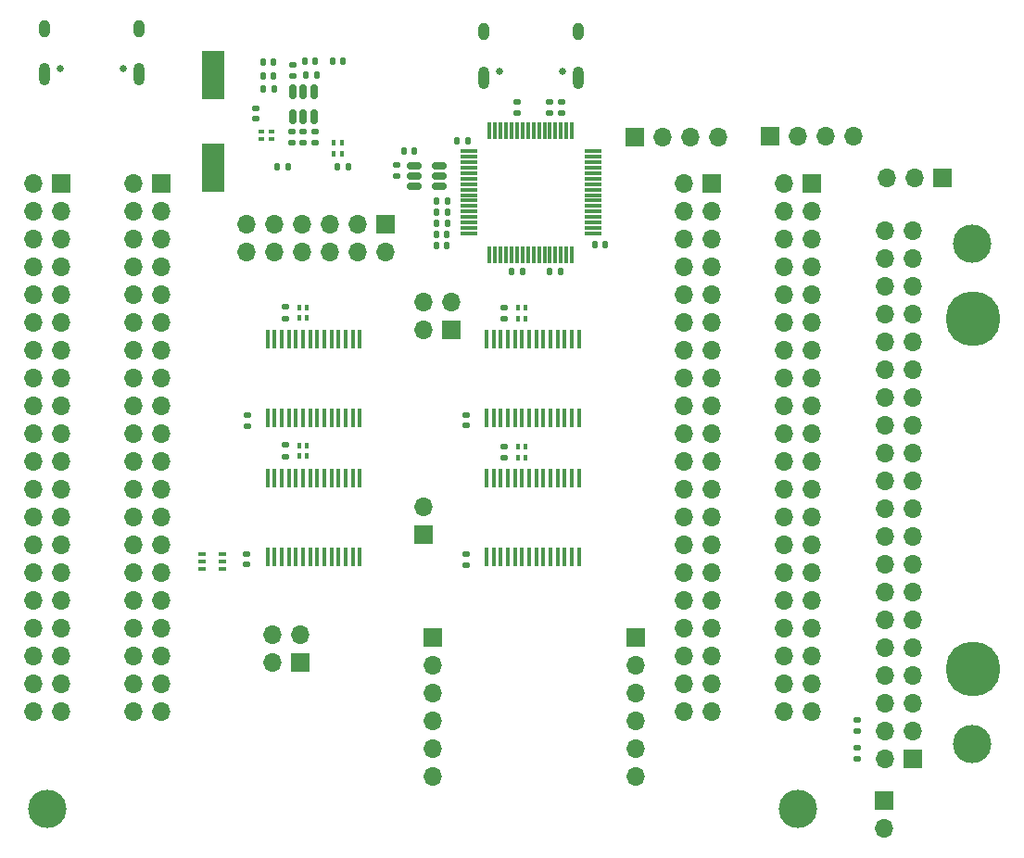
<source format=gbs>
G04 #@! TF.GenerationSoftware,KiCad,Pcbnew,(6.0.7)*
G04 #@! TF.CreationDate,2023-08-04T00:04:24+07:00*
G04 #@! TF.ProjectId,ECELab_v1,4543454c-6162-45f7-9631-2e6b69636164,rev?*
G04 #@! TF.SameCoordinates,Original*
G04 #@! TF.FileFunction,Soldermask,Bot*
G04 #@! TF.FilePolarity,Negative*
%FSLAX46Y46*%
G04 Gerber Fmt 4.6, Leading zero omitted, Abs format (unit mm)*
G04 Created by KiCad (PCBNEW (6.0.7)) date 2023-08-04 00:04:24*
%MOMM*%
%LPD*%
G01*
G04 APERTURE LIST*
G04 Aperture macros list*
%AMRoundRect*
0 Rectangle with rounded corners*
0 $1 Rounding radius*
0 $2 $3 $4 $5 $6 $7 $8 $9 X,Y pos of 4 corners*
0 Add a 4 corners polygon primitive as box body*
4,1,4,$2,$3,$4,$5,$6,$7,$8,$9,$2,$3,0*
0 Add four circle primitives for the rounded corners*
1,1,$1+$1,$2,$3*
1,1,$1+$1,$4,$5*
1,1,$1+$1,$6,$7*
1,1,$1+$1,$8,$9*
0 Add four rect primitives between the rounded corners*
20,1,$1+$1,$2,$3,$4,$5,0*
20,1,$1+$1,$4,$5,$6,$7,0*
20,1,$1+$1,$6,$7,$8,$9,0*
20,1,$1+$1,$8,$9,$2,$3,0*%
G04 Aperture macros list end*
%ADD10C,3.500000*%
%ADD11R,1.700000X1.700000*%
%ADD12O,1.700000X1.700000*%
%ADD13C,0.650000*%
%ADD14O,1.000000X1.600000*%
%ADD15O,1.000000X2.100000*%
%ADD16C,5.000000*%
%ADD17RoundRect,0.075000X-0.075000X0.700000X-0.075000X-0.700000X0.075000X-0.700000X0.075000X0.700000X0*%
%ADD18RoundRect,0.075000X-0.700000X0.075000X-0.700000X-0.075000X0.700000X-0.075000X0.700000X0.075000X0*%
%ADD19RoundRect,0.140000X-0.140000X-0.170000X0.140000X-0.170000X0.140000X0.170000X-0.140000X0.170000X0*%
%ADD20R,0.450000X1.750000*%
%ADD21RoundRect,0.140000X-0.170000X0.140000X-0.170000X-0.140000X0.170000X-0.140000X0.170000X0.140000X0*%
%ADD22RoundRect,0.135000X-0.185000X0.135000X-0.185000X-0.135000X0.185000X-0.135000X0.185000X0.135000X0*%
%ADD23R,0.500000X0.400000*%
%ADD24RoundRect,0.135000X0.185000X-0.135000X0.185000X0.135000X-0.185000X0.135000X-0.185000X-0.135000X0*%
%ADD25RoundRect,0.135000X-0.135000X-0.185000X0.135000X-0.185000X0.135000X0.185000X-0.135000X0.185000X0*%
%ADD26RoundRect,0.140000X0.140000X0.170000X-0.140000X0.170000X-0.140000X-0.170000X0.140000X-0.170000X0*%
%ADD27RoundRect,0.135000X0.135000X0.185000X-0.135000X0.185000X-0.135000X-0.185000X0.135000X-0.185000X0*%
%ADD28R,0.650000X0.400000*%
%ADD29R,0.400000X0.500000*%
%ADD30RoundRect,0.140000X0.170000X-0.140000X0.170000X0.140000X-0.170000X0.140000X-0.170000X-0.140000X0*%
%ADD31RoundRect,0.150000X0.512500X0.150000X-0.512500X0.150000X-0.512500X-0.150000X0.512500X-0.150000X0*%
%ADD32R,2.000000X4.500000*%
%ADD33RoundRect,0.150000X-0.150000X0.512500X-0.150000X-0.512500X0.150000X-0.512500X0.150000X0.512500X0*%
G04 APERTURE END LIST*
D10*
X256620000Y-134696200D03*
X256620000Y-89000000D03*
D11*
X206552800Y-115575000D03*
D12*
X206552800Y-113035000D03*
D11*
X253959600Y-82931000D03*
D12*
X251419600Y-82931000D03*
X248879600Y-82931000D03*
D11*
X248640600Y-139847400D03*
D12*
X248640600Y-142387400D03*
D11*
X203073000Y-87218600D03*
D12*
X203073000Y-89758600D03*
X200533000Y-87218600D03*
X200533000Y-89758600D03*
X197993000Y-87218600D03*
X197993000Y-89758600D03*
X195453000Y-87218600D03*
X195453000Y-89758600D03*
X192913000Y-87218600D03*
X192913000Y-89758600D03*
X190373000Y-87218600D03*
X190373000Y-89758600D03*
D13*
X179115200Y-72983400D03*
X173335200Y-72983400D03*
D14*
X180545200Y-69333400D03*
X171905200Y-69333400D03*
D15*
X180545200Y-73513400D03*
X171905200Y-73513400D03*
D10*
X172186439Y-140630000D03*
D11*
X195254800Y-127208200D03*
D12*
X192714800Y-127208200D03*
X195254800Y-124668200D03*
X192714800Y-124668200D03*
D11*
X225958400Y-124968000D03*
D12*
X225958400Y-127508000D03*
X225958400Y-130048000D03*
X225958400Y-132588000D03*
X225958400Y-135128000D03*
X225958400Y-137668000D03*
D11*
X225806000Y-79197200D03*
D12*
X228346000Y-79197200D03*
X230886000Y-79197200D03*
X233426000Y-79197200D03*
D13*
X219221800Y-73261600D03*
X213441800Y-73261600D03*
D15*
X220651800Y-73791600D03*
D14*
X212011800Y-69611600D03*
D15*
X212011800Y-73791600D03*
D14*
X220651800Y-69611600D03*
D16*
X256700894Y-127807500D03*
X256700894Y-95803500D03*
D11*
X238191200Y-79191000D03*
D12*
X240731200Y-79191000D03*
X243271200Y-79191000D03*
X245811200Y-79191000D03*
D10*
X240766165Y-140630000D03*
D11*
X207391000Y-124968000D03*
D12*
X207391000Y-127508000D03*
X207391000Y-130048000D03*
X207391000Y-132588000D03*
X207391000Y-135128000D03*
X207391000Y-137668000D03*
D11*
X209047000Y-96880600D03*
D12*
X206507000Y-96880600D03*
X209047000Y-94340600D03*
X206507000Y-94340600D03*
D17*
X212581800Y-78602200D03*
X213081800Y-78602200D03*
X213581800Y-78602200D03*
X214081800Y-78602200D03*
X214581800Y-78602200D03*
X215081800Y-78602200D03*
X215581800Y-78602200D03*
X216081800Y-78602200D03*
X216581800Y-78602200D03*
X217081800Y-78602200D03*
X217581800Y-78602200D03*
X218081800Y-78602200D03*
X218581800Y-78602200D03*
X219081800Y-78602200D03*
X219581800Y-78602200D03*
X220081800Y-78602200D03*
D18*
X222006800Y-80527200D03*
X222006800Y-81027200D03*
X222006800Y-81527200D03*
X222006800Y-82027200D03*
X222006800Y-82527200D03*
X222006800Y-83027200D03*
X222006800Y-83527200D03*
X222006800Y-84027200D03*
X222006800Y-84527200D03*
X222006800Y-85027200D03*
X222006800Y-85527200D03*
X222006800Y-86027200D03*
X222006800Y-86527200D03*
X222006800Y-87027200D03*
X222006800Y-87527200D03*
X222006800Y-88027200D03*
D17*
X220081800Y-89952200D03*
X219581800Y-89952200D03*
X219081800Y-89952200D03*
X218581800Y-89952200D03*
X218081800Y-89952200D03*
X217581800Y-89952200D03*
X217081800Y-89952200D03*
X216581800Y-89952200D03*
X216081800Y-89952200D03*
X215581800Y-89952200D03*
X215081800Y-89952200D03*
X214581800Y-89952200D03*
X214081800Y-89952200D03*
X213581800Y-89952200D03*
X213081800Y-89952200D03*
X212581800Y-89952200D03*
D18*
X210656800Y-88027200D03*
X210656800Y-87527200D03*
X210656800Y-87027200D03*
X210656800Y-86527200D03*
X210656800Y-86027200D03*
X210656800Y-85527200D03*
X210656800Y-85027200D03*
X210656800Y-84527200D03*
X210656800Y-84027200D03*
X210656800Y-83527200D03*
X210656800Y-83027200D03*
X210656800Y-82527200D03*
X210656800Y-82027200D03*
X210656800Y-81527200D03*
X210656800Y-81027200D03*
X210656800Y-80527200D03*
D19*
X222176400Y-89052400D03*
X223136400Y-89052400D03*
D20*
X220725000Y-104900000D03*
X220075000Y-104900000D03*
X219425000Y-104900000D03*
X218775000Y-104900000D03*
X218125000Y-104900000D03*
X217475000Y-104900000D03*
X216825000Y-104900000D03*
X216175000Y-104900000D03*
X215525000Y-104900000D03*
X214875000Y-104900000D03*
X214225000Y-104900000D03*
X213575000Y-104900000D03*
X212925000Y-104900000D03*
X212275000Y-104900000D03*
X212275000Y-97700000D03*
X212925000Y-97700000D03*
X213575000Y-97700000D03*
X214225000Y-97700000D03*
X214875000Y-97700000D03*
X215525000Y-97700000D03*
X216175000Y-97700000D03*
X216825000Y-97700000D03*
X217475000Y-97700000D03*
X218125000Y-97700000D03*
X218775000Y-97700000D03*
X219425000Y-97700000D03*
X220075000Y-97700000D03*
X220725000Y-97700000D03*
D21*
X194538600Y-78768000D03*
X194538600Y-79728000D03*
D19*
X198681400Y-81965800D03*
X199641400Y-81965800D03*
D22*
X213900000Y-94815000D03*
X213900000Y-95835000D03*
D20*
X200727500Y-104900000D03*
X200077500Y-104900000D03*
X199427500Y-104900000D03*
X198777500Y-104900000D03*
X198127500Y-104900000D03*
X197477500Y-104900000D03*
X196827500Y-104900000D03*
X196177500Y-104900000D03*
X195527500Y-104900000D03*
X194877500Y-104900000D03*
X194227500Y-104900000D03*
X193577500Y-104900000D03*
X192927500Y-104900000D03*
X192277500Y-104900000D03*
X192277500Y-97700000D03*
X192927500Y-97700000D03*
X193577500Y-97700000D03*
X194227500Y-97700000D03*
X194877500Y-97700000D03*
X195527500Y-97700000D03*
X196177500Y-97700000D03*
X196827500Y-97700000D03*
X197477500Y-97700000D03*
X198127500Y-97700000D03*
X198777500Y-97700000D03*
X199427500Y-97700000D03*
X200077500Y-97700000D03*
X200727500Y-97700000D03*
D23*
X192676400Y-78720200D03*
X192676400Y-79420200D03*
X191676400Y-79420200D03*
X191676400Y-78720200D03*
D24*
X219125800Y-75994800D03*
X219125800Y-77014800D03*
X196621400Y-79783400D03*
X196621400Y-78763400D03*
D22*
X204114400Y-81811400D03*
X204114400Y-82831400D03*
D19*
X218087000Y-91541600D03*
X219047000Y-91541600D03*
D25*
X207693800Y-85064600D03*
X208713800Y-85064600D03*
D26*
X192834200Y-73634600D03*
X191874200Y-73634600D03*
D22*
X193900000Y-108404200D03*
X193900000Y-107384200D03*
D26*
X205686600Y-80467200D03*
X204726600Y-80467200D03*
D27*
X208713800Y-86080600D03*
X207693800Y-86080600D03*
D25*
X191869600Y-74853800D03*
X192889600Y-74853800D03*
D20*
X220727500Y-117600000D03*
X220077500Y-117600000D03*
X219427500Y-117600000D03*
X218777500Y-117600000D03*
X218127500Y-117600000D03*
X217477500Y-117600000D03*
X216827500Y-117600000D03*
X216177500Y-117600000D03*
X215527500Y-117600000D03*
X214877500Y-117600000D03*
X214227500Y-117600000D03*
X213577500Y-117600000D03*
X212927500Y-117600000D03*
X212277500Y-117600000D03*
X212277500Y-110400000D03*
X212927500Y-110400000D03*
X213577500Y-110400000D03*
X214227500Y-110400000D03*
X214877500Y-110400000D03*
X215527500Y-110400000D03*
X216177500Y-110400000D03*
X216827500Y-110400000D03*
X217477500Y-110400000D03*
X218127500Y-110400000D03*
X218777500Y-110400000D03*
X219427500Y-110400000D03*
X220077500Y-110400000D03*
X220727500Y-110400000D03*
D28*
X186298800Y-118658400D03*
X186298800Y-118008400D03*
X186298800Y-117358400D03*
X188198800Y-117358400D03*
X188198800Y-118008400D03*
X188198800Y-118658400D03*
D26*
X192834200Y-72390000D03*
X191874200Y-72390000D03*
D11*
X251211500Y-136008000D03*
D12*
X248671500Y-136008000D03*
X251211500Y-133468000D03*
X248671500Y-133468000D03*
X251211500Y-130928000D03*
X248671500Y-130928000D03*
X251211500Y-128388000D03*
X248671500Y-128388000D03*
X251211500Y-125848000D03*
X248671500Y-125848000D03*
X251211500Y-123308000D03*
X248671500Y-123308000D03*
X251211500Y-120768000D03*
X248671500Y-120768000D03*
X251211500Y-118228000D03*
X248671500Y-118228000D03*
X251211500Y-115688000D03*
X248671500Y-115688000D03*
X251211500Y-113148000D03*
X248671500Y-113148000D03*
X251211500Y-110608000D03*
X248671500Y-110608000D03*
X251211500Y-108068000D03*
X248671500Y-108068000D03*
X251211500Y-105528000D03*
X248671500Y-105528000D03*
X251211500Y-102988000D03*
X248671500Y-102988000D03*
X251211500Y-100448000D03*
X248671500Y-100448000D03*
X251211500Y-97908000D03*
X248671500Y-97908000D03*
X251211500Y-95368000D03*
X248671500Y-95368000D03*
X251211500Y-92828000D03*
X248671500Y-92828000D03*
X251211500Y-90288000D03*
X248671500Y-90288000D03*
X251211500Y-87748000D03*
X248671500Y-87748000D03*
D29*
X198357030Y-79781242D03*
X199057030Y-79781242D03*
X199057030Y-80781242D03*
X198357030Y-80781242D03*
D30*
X246176800Y-133474400D03*
X246176800Y-132514400D03*
D26*
X208683800Y-88138000D03*
X207723800Y-88138000D03*
D29*
X195852500Y-95775400D03*
X195152500Y-95775400D03*
X195152500Y-94775400D03*
X195852500Y-94775400D03*
D30*
X190400000Y-118305000D03*
X190400000Y-117345000D03*
D24*
X194589400Y-73611200D03*
X194589400Y-72591200D03*
D31*
X207969700Y-81828600D03*
X207969700Y-82778600D03*
X207969700Y-83728600D03*
X205694700Y-83728600D03*
X205694700Y-82778600D03*
X205694700Y-81828600D03*
D30*
X210402500Y-118310000D03*
X210402500Y-117350000D03*
D11*
X182601000Y-83477000D03*
D12*
X180061000Y-83477000D03*
X182601000Y-86017000D03*
X180061000Y-86017000D03*
X182601000Y-88557000D03*
X180061000Y-88557000D03*
X182601000Y-91097000D03*
X180061000Y-91097000D03*
X182601000Y-93637000D03*
X180061000Y-93637000D03*
X182601000Y-96177000D03*
X180061000Y-96177000D03*
X182601000Y-98717000D03*
X180061000Y-98717000D03*
X182601000Y-101257000D03*
X180061000Y-101257000D03*
X182601000Y-103797000D03*
X180061000Y-103797000D03*
X182601000Y-106337000D03*
X180061000Y-106337000D03*
X182601000Y-108877000D03*
X180061000Y-108877000D03*
X182601000Y-111417000D03*
X180061000Y-111417000D03*
X182601000Y-113957000D03*
X180061000Y-113957000D03*
X182601000Y-116497000D03*
X180061000Y-116497000D03*
X182601000Y-119037000D03*
X180061000Y-119037000D03*
X182601000Y-121577000D03*
X180061000Y-121577000D03*
X182601000Y-124117000D03*
X180061000Y-124117000D03*
X182601000Y-126657000D03*
X180061000Y-126657000D03*
X182601000Y-129197000D03*
X180061000Y-129197000D03*
X182601000Y-131737000D03*
X180061000Y-131737000D03*
D11*
X242037000Y-83477000D03*
D12*
X239497000Y-83477000D03*
X242037000Y-86017000D03*
X239497000Y-86017000D03*
X242037000Y-88557000D03*
X239497000Y-88557000D03*
X242037000Y-91097000D03*
X239497000Y-91097000D03*
X242037000Y-93637000D03*
X239497000Y-93637000D03*
X242037000Y-96177000D03*
X239497000Y-96177000D03*
X242037000Y-98717000D03*
X239497000Y-98717000D03*
X242037000Y-101257000D03*
X239497000Y-101257000D03*
X242037000Y-103797000D03*
X239497000Y-103797000D03*
X242037000Y-106337000D03*
X239497000Y-106337000D03*
X242037000Y-108877000D03*
X239497000Y-108877000D03*
X242037000Y-111417000D03*
X239497000Y-111417000D03*
X242037000Y-113957000D03*
X239497000Y-113957000D03*
X242037000Y-116497000D03*
X239497000Y-116497000D03*
X242037000Y-119037000D03*
X239497000Y-119037000D03*
X242037000Y-121577000D03*
X239497000Y-121577000D03*
X242037000Y-124117000D03*
X239497000Y-124117000D03*
X242037000Y-126657000D03*
X239497000Y-126657000D03*
X242037000Y-129197000D03*
X239497000Y-129197000D03*
X242037000Y-131737000D03*
X239497000Y-131737000D03*
D30*
X246176800Y-136014400D03*
X246176800Y-135054400D03*
D29*
X215850000Y-95825000D03*
X215150000Y-95825000D03*
X215150000Y-94825000D03*
X215850000Y-94825000D03*
D21*
X190402500Y-104650600D03*
X190402500Y-105610600D03*
D32*
X187325000Y-73550200D03*
X187325000Y-82050200D03*
D30*
X210400000Y-105605000D03*
X210400000Y-104645000D03*
D11*
X232893000Y-83477000D03*
D12*
X230353000Y-83477000D03*
X232893000Y-86017000D03*
X230353000Y-86017000D03*
X232893000Y-88557000D03*
X230353000Y-88557000D03*
X232893000Y-91097000D03*
X230353000Y-91097000D03*
X232893000Y-93637000D03*
X230353000Y-93637000D03*
X232893000Y-96177000D03*
X230353000Y-96177000D03*
X232893000Y-98717000D03*
X230353000Y-98717000D03*
X232893000Y-101257000D03*
X230353000Y-101257000D03*
X232893000Y-103797000D03*
X230353000Y-103797000D03*
X232893000Y-106337000D03*
X230353000Y-106337000D03*
X232893000Y-108877000D03*
X230353000Y-108877000D03*
X232893000Y-111417000D03*
X230353000Y-111417000D03*
X232893000Y-113957000D03*
X230353000Y-113957000D03*
X232893000Y-116497000D03*
X230353000Y-116497000D03*
X232893000Y-119037000D03*
X230353000Y-119037000D03*
X232893000Y-121577000D03*
X230353000Y-121577000D03*
X232893000Y-124117000D03*
X230353000Y-124117000D03*
X232893000Y-126657000D03*
X230353000Y-126657000D03*
X232893000Y-129197000D03*
X230353000Y-129197000D03*
X232893000Y-131737000D03*
X230353000Y-131737000D03*
D22*
X193902500Y-94770400D03*
X193902500Y-95790400D03*
D30*
X218033600Y-77010200D03*
X218033600Y-76050200D03*
D26*
X210563400Y-79578200D03*
X209603400Y-79578200D03*
D29*
X215852500Y-108500000D03*
X215152500Y-108500000D03*
X215152500Y-107500000D03*
X215852500Y-107500000D03*
D27*
X196775800Y-73583800D03*
X195755800Y-73583800D03*
D26*
X208683800Y-89154000D03*
X207723800Y-89154000D03*
D27*
X208713800Y-87122000D03*
X207693800Y-87122000D03*
D24*
X215087200Y-77014800D03*
X215087200Y-75994800D03*
D30*
X191236600Y-77569000D03*
X191236600Y-76609000D03*
D19*
X193169600Y-81965800D03*
X194129600Y-81965800D03*
X195684200Y-72288400D03*
X196644200Y-72288400D03*
D26*
X215567200Y-91516200D03*
X214607200Y-91516200D03*
D29*
X195850000Y-108399200D03*
X195150000Y-108399200D03*
X195150000Y-107399200D03*
X195850000Y-107399200D03*
D11*
X173457000Y-83477000D03*
D12*
X170917000Y-83477000D03*
X173457000Y-86017000D03*
X170917000Y-86017000D03*
X173457000Y-88557000D03*
X170917000Y-88557000D03*
X173457000Y-91097000D03*
X170917000Y-91097000D03*
X173457000Y-93637000D03*
X170917000Y-93637000D03*
X173457000Y-96177000D03*
X170917000Y-96177000D03*
X173457000Y-98717000D03*
X170917000Y-98717000D03*
X173457000Y-101257000D03*
X170917000Y-101257000D03*
X173457000Y-103797000D03*
X170917000Y-103797000D03*
X173457000Y-106337000D03*
X170917000Y-106337000D03*
X173457000Y-108877000D03*
X170917000Y-108877000D03*
X173457000Y-111417000D03*
X170917000Y-111417000D03*
X173457000Y-113957000D03*
X170917000Y-113957000D03*
X173457000Y-116497000D03*
X170917000Y-116497000D03*
X173457000Y-119037000D03*
X170917000Y-119037000D03*
X173457000Y-121577000D03*
X170917000Y-121577000D03*
X173457000Y-124117000D03*
X170917000Y-124117000D03*
X173457000Y-126657000D03*
X170917000Y-126657000D03*
X173457000Y-129197000D03*
X170917000Y-129197000D03*
X173457000Y-131737000D03*
X170917000Y-131737000D03*
D22*
X213902500Y-107515000D03*
X213902500Y-108535000D03*
D24*
X195554600Y-79783400D03*
X195554600Y-78763400D03*
D26*
X199184200Y-72288400D03*
X198224200Y-72288400D03*
D33*
X194604600Y-75062500D03*
X195554600Y-75062500D03*
X196504600Y-75062500D03*
X196504600Y-77337500D03*
X195554600Y-77337500D03*
X194604600Y-77337500D03*
D20*
X200725000Y-117600000D03*
X200075000Y-117600000D03*
X199425000Y-117600000D03*
X198775000Y-117600000D03*
X198125000Y-117600000D03*
X197475000Y-117600000D03*
X196825000Y-117600000D03*
X196175000Y-117600000D03*
X195525000Y-117600000D03*
X194875000Y-117600000D03*
X194225000Y-117600000D03*
X193575000Y-117600000D03*
X192925000Y-117600000D03*
X192275000Y-117600000D03*
X192275000Y-110400000D03*
X192925000Y-110400000D03*
X193575000Y-110400000D03*
X194225000Y-110400000D03*
X194875000Y-110400000D03*
X195525000Y-110400000D03*
X196175000Y-110400000D03*
X196825000Y-110400000D03*
X197475000Y-110400000D03*
X198125000Y-110400000D03*
X198775000Y-110400000D03*
X199425000Y-110400000D03*
X200075000Y-110400000D03*
X200725000Y-110400000D03*
M02*

</source>
